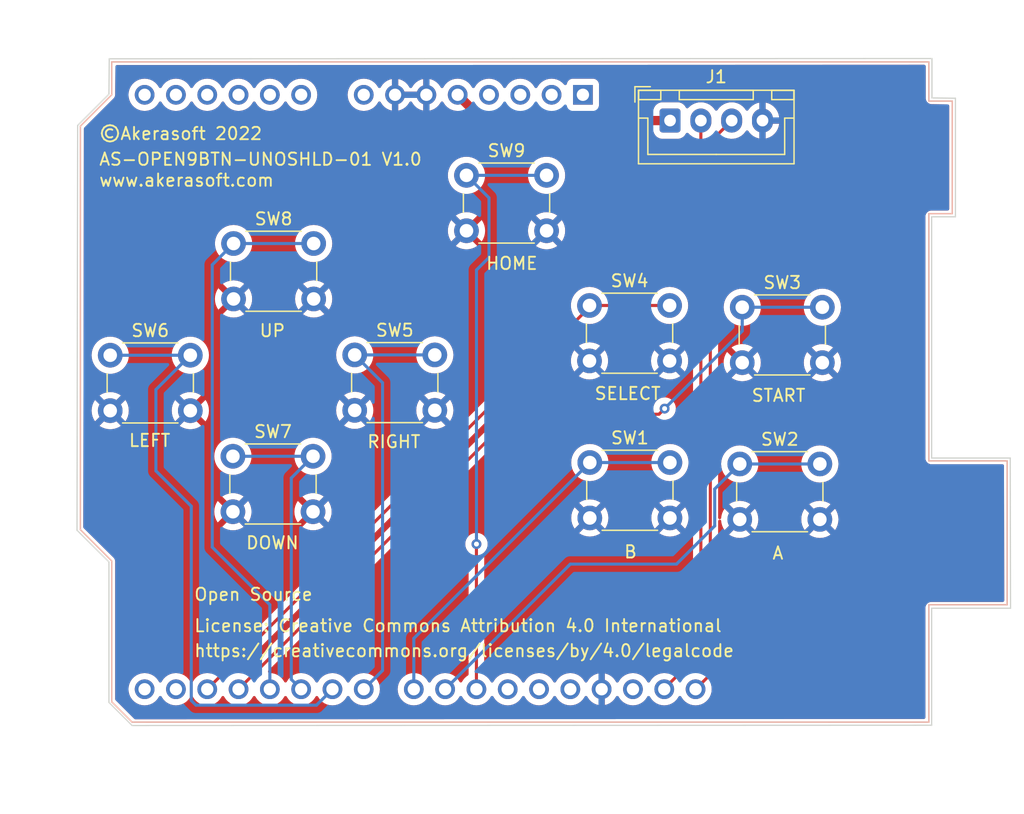
<source format=kicad_pcb>
(kicad_pcb (version 20211014) (generator pcbnew)
  (layers (0 "F.Cu" signal) (31 "B.Cu" signal) (34 "B.Paste" user) (35 "F.Paste" user) (36 "B.SilkS" user "B.Silkscreen") (37 "F.SilkS" user "F.Silkscreen") (38 "B.Mask" user) (39 "F.Mask" user) (44 "Edge.Cuts" user))
  (net 0 "")
  (net 5 "VCC")
  (net 6 "GND")
  (net 16 "/SELECT")
  (net 17 "/START")
  (net 18 "/UP")
  (net 19 "/DOWN")
  (net 20 "/LEFT")
  (net 21 "/RIGHT")
  (net 22 "/B")
  (net 23 "/A")
  (net 24 "/HOME")
  (net 29 "/SDA")
  (net 30 "/SCL")
  (footprint "Button_Switch_THT:SW_PUSH_6mm_H4.3mm" (layer "F.Cu") (at 91.4908 97.3074)
    (fp_text reference "SW2" (at 3.25 -2) (layer "F.SilkS"))
    (fp_text value "SW_Push")
    (fp_line (start 6.75 3) (end 6.75 1.5) (layer "F.SilkS") (width 0.12))
    (fp_line (start 1 5.5) (end 5.5 5.5) (layer "F.SilkS") (width 0.12))
    (fp_line (start -0.25 1.5) (end -0.25 3) (layer "F.SilkS") (width 0.12))
    (fp_line (start 5.5 -1) (end 1 -1) (layer "F.SilkS") (width 0.12))
    (pad "1" thru_hole circle (at 0 0 90) (size 2 2) (drill 1.1) (layers *.Cu *.Mask) (net 23 "/A"))
    (pad "1" thru_hole circle (at 6.5 0 90) (size 2 2) (drill 1.1) (layers *.Cu *.Mask) (net 23 "/A"))
    (pad "2" thru_hole circle (at 0 4.5 90) (size 2 2) (drill 1.1) (layers *.Cu *.Mask) (net 6 "GND"))
    (pad "2" thru_hole circle (at 6.5 4.5 90) (size 2 2) (drill 1.1) (layers *.Cu *.Mask) (net 6 "GND"))
  )
  (footprint "Connector_JST:JST_XH_B4B-XH-A_1x04_P2.50mm_Vertical" (layer "F.Cu") (at 85.8358 69.4266)
    (fp_text reference "J1" (at 3.75 -3.55) (layer "F.SilkS"))
    (fp_text value "Conn_01x04")
    (fp_line (start -2.55 -0.2) (end -1.8 -0.2) (layer "F.SilkS") (width 0.12))
    (fp_line (start 8.25 -2.45) (end 8.25 -1.7) (layer "F.SilkS") (width 0.12))
    (fp_line (start 0.75 -1.7) (end 6.75 -1.7) (layer "F.SilkS") (width 0.12))
    (fp_line (start -2.55 -2.45) (end -2.55 -1.7) (layer "F.SilkS") (width 0.12))
    (fp_line (start -1.8 2.75) (end 3.75 2.75) (layer "F.SilkS") (width 0.12))
    (fp_line (start 10.05 -2.45) (end 8.25 -2.45) (layer "F.SilkS") (width 0.12))
    (fp_line (start 10.05 -0.2) (end 9.3 -0.2) (layer "F.SilkS") (width 0.12))
    (fp_line (start -2.56 3.51) (end 10.06 3.51) (layer "F.SilkS") (width 0.12))
    (fp_line (start 10.06 -2.46) (end -2.56 -2.46) (layer "F.SilkS") (width 0.12))
    (fp_line (start 8.25 -1.7) (end 10.05 -1.7) (layer "F.SilkS") (width 0.12))
    (fp_line (start 6.75 -1.7) (end 6.75 -2.45) (layer "F.SilkS") (width 0.12))
    (fp_line (start 9.3 2.75) (end 3.75 2.75) (layer "F.SilkS") (width 0.12))
    (fp_line (start -1.8 -0.2) (end -1.8 2.75) (layer "F.SilkS") (width 0.12))
    (fp_line (start -2.55 -1.7) (end -0.75 -1.7) (layer "F.SilkS") (width 0.12))
    (fp_line (start 10.05 -1.7) (end 10.05 -2.45) (layer "F.SilkS") (width 0.12))
    (fp_line (start -1.6 -2.75) (end -2.85 -2.75) (layer "F.SilkS") (width 0.12))
    (fp_line (start 10.06 3.51) (end 10.06 -2.46) (layer "F.SilkS") (width 0.12))
    (fp_line (start -2.56 -2.46) (end -2.56 3.51) (layer "F.SilkS") (width 0.12))
    (fp_line (start 9.3 -0.2) (end 9.3 2.75) (layer "F.SilkS") (width 0.12))
    (fp_line (start 6.75 -2.45) (end 0.75 -2.45) (layer "F.SilkS") (width 0.12))
    (fp_line (start -0.75 -1.7) (end -0.75 -2.45) (layer "F.SilkS") (width 0.12))
    (fp_line (start 0.75 -2.45) (end 0.75 -1.7) (layer "F.SilkS") (width 0.12))
    (fp_line (start -2.85 -2.75) (end -2.85 -1.5) (layer "F.SilkS") (width 0.12))
    (fp_line (start -0.75 -2.45) (end -2.55 -2.45) (layer "F.SilkS") (width 0.12))
    (pad "1" thru_hole roundrect (at 0 0) (size 1.7 1.95) (drill 0.95) (layers *.Cu *.Mask) (roundrect_rratio 0.1470588235) (net 5 "VCC"))
    (pad "2" thru_hole oval (at 2.5 0) (size 1.7 1.95) (drill 0.95) (layers *.Cu *.Mask) (net 29 "/SDA"))
    (pad "3" thru_hole oval (at 5 0) (size 1.7 1.95) (drill 0.95) (layers *.Cu *.Mask) (net 30 "/SCL"))
    (pad "4" thru_hole oval (at 7.5 0) (size 1.7 1.95) (drill 0.95) (layers *.Cu *.Mask) (net 6 "GND"))
  )
  (footprint "Button_Switch_THT:SW_PUSH_6mm_H4.3mm" (layer "F.Cu") (at 91.694 84.582)
    (fp_text reference "SW3" (at 3.25 -2) (layer "F.SilkS"))
    (fp_text value "SW_Push")
    (fp_line (start -0.25 1.5) (end -0.25 3) (layer "F.SilkS") (width 0.12))
    (fp_line (start 6.75 3) (end 6.75 1.5) (layer "F.SilkS") (width 0.12))
    (fp_line (start 1 5.5) (end 5.5 5.5) (layer "F.SilkS") (width 0.12))
    (fp_line (start 5.5 -1) (end 1 -1) (layer "F.SilkS") (width 0.12))
    (pad "1" thru_hole circle (at 6.5 0 90) (size 2 2) (drill 1.1) (layers *.Cu *.Mask) (net 17 "/START"))
    (pad "1" thru_hole circle (at 0 0 90) (size 2 2) (drill 1.1) (layers *.Cu *.Mask) (net 17 "/START"))
    (pad "2" thru_hole circle (at 6.5 4.5 90) (size 2 2) (drill 1.1) (layers *.Cu *.Mask) (net 6 "GND"))
    (pad "2" thru_hole circle (at 0 4.5 90) (size 2 2) (drill 1.1) (layers *.Cu *.Mask) (net 6 "GND"))
  )
  (footprint "Button_Switch_THT:SW_PUSH_6mm_H4.3mm" (layer "F.Cu") (at 50.3694 96.683)
    (fp_text reference "SW7" (at 3.25 -2) (layer "F.SilkS"))
    (fp_text value "SW_Push")
    (fp_line (start 6.75 3) (end 6.75 1.5) (layer "F.SilkS") (width 0.12))
    (fp_line (start 1 5.5) (end 5.5 5.5) (layer "F.SilkS") (width 0.12))
    (fp_line (start -0.25 1.5) (end -0.25 3) (layer "F.SilkS") (width 0.12))
    (fp_line (start 5.5 -1) (end 1 -1) (layer "F.SilkS") (width 0.12))
    (pad "1" thru_hole circle (at 6.5 0 90) (size 2 2) (drill 1.1) (layers *.Cu *.Mask) (net 19 "/DOWN"))
    (pad "1" thru_hole circle (at 0 0 90) (size 2 2) (drill 1.1) (layers *.Cu *.Mask) (net 19 "/DOWN"))
    (pad "2" thru_hole circle (at 0 4.5 90) (size 2 2) (drill 1.1) (layers *.Cu *.Mask) (net 6 "GND"))
    (pad "2" thru_hole circle (at 6.5 4.5 90) (size 2 2) (drill 1.1) (layers *.Cu *.Mask) (net 6 "GND"))
  )
  (footprint "Button_Switch_THT:SW_PUSH_6mm_H4.3mm" (layer "F.Cu") (at 60.25 88.4534)
    (fp_text reference "SW5" (at 3.25 -2) (layer "F.SilkS"))
    (fp_text value "SW_Push")
    (fp_line (start -0.25 1.5) (end -0.25 3) (layer "F.SilkS") (width 0.12))
    (fp_line (start 6.75 3) (end 6.75 1.5) (layer "F.SilkS") (width 0.12))
    (fp_line (start 1 5.5) (end 5.5 5.5) (layer "F.SilkS") (width 0.12))
    (fp_line (start 5.5 -1) (end 1 -1) (layer "F.SilkS") (width 0.12))
    (pad "1" thru_hole circle (at 0 0 90) (size 2 2) (drill 1.1) (layers *.Cu *.Mask) (net 21 "/RIGHT"))
    (pad "1" thru_hole circle (at 6.5 0 90) (size 2 2) (drill 1.1) (layers *.Cu *.Mask) (net 21 "/RIGHT"))
    (pad "2" thru_hole circle (at 0 4.5 90) (size 2 2) (drill 1.1) (layers *.Cu *.Mask) (net 6 "GND"))
    (pad "2" thru_hole circle (at 6.5 4.5 90) (size 2 2) (drill 1.1) (layers *.Cu *.Mask) (net 6 "GND"))
  )
  (footprint "Button_Switch_THT:SW_PUSH_6mm_H4.3mm" (layer "F.Cu") (at 50.4202 79.411)
    (fp_text reference "SW8" (at 3.25 -2) (layer "F.SilkS"))
    (fp_text value "SW_Push")
    (fp_line (start 5.5 -1) (end 1 -1) (layer "F.SilkS") (width 0.12))
    (fp_line (start -0.25 1.5) (end -0.25 3) (layer "F.SilkS") (width 0.12))
    (fp_line (start 1 5.5) (end 5.5 5.5) (layer "F.SilkS") (width 0.12))
    (fp_line (start 6.75 3) (end 6.75 1.5) (layer "F.SilkS") (width 0.12))
    (pad "1" thru_hole circle (at 0 0 90) (size 2 2) (drill 1.1) (layers *.Cu *.Mask) (net 18 "/UP"))
    (pad "1" thru_hole circle (at 6.5 0 90) (size 2 2) (drill 1.1) (layers *.Cu *.Mask) (net 18 "/UP"))
    (pad "2" thru_hole circle (at 6.5 4.5 90) (size 2 2) (drill 1.1) (layers *.Cu *.Mask) (net 6 "GND"))
    (pad "2" thru_hole circle (at 0 4.5 90) (size 2 2) (drill 1.1) (layers *.Cu *.Mask) (net 6 "GND"))
  )
  (footprint "Button_Switch_THT:SW_PUSH_6mm_H4.3mm" (layer "F.Cu") (at 79.3 84.4402)
    (fp_text reference "SW4" (at 3.25 -2) (layer "F.SilkS"))
    (fp_text value "SW_Push")
    (fp_line (start 1 5.5) (end 5.5 5.5) (layer "F.SilkS") (width 0.12))
    (fp_line (start -0.25 1.5) (end -0.25 3) (layer "F.SilkS") (width 0.12))
    (fp_line (start 6.75 3) (end 6.75 1.5) (layer "F.SilkS") (width 0.12))
    (fp_line (start 5.5 -1) (end 1 -1) (layer "F.SilkS") (width 0.12))
    (pad "1" thru_hole circle (at 0 0 90) (size 2 2) (drill 1.1) (layers *.Cu *.Mask) (net 16 "/SELECT"))
    (pad "1" thru_hole circle (at 6.5 0 90) (size 2 2) (drill 1.1) (layers *.Cu *.Mask) (net 16 "/SELECT"))
    (pad "2" thru_hole circle (at 0 4.5 90) (size 2 2) (drill 1.1) (layers *.Cu *.Mask) (net 6 "GND"))
    (pad "2" thru_hole circle (at 6.5 4.5 90) (size 2 2) (drill 1.1) (layers *.Cu *.Mask) (net 6 "GND"))
  )
  (footprint "Button_Switch_THT:SW_PUSH_6mm_H4.3mm" (layer "F.Cu") (at 69.3178 73.8738)
    (fp_text reference "SW9" (at 3.25 -2) (layer "F.SilkS"))
    (fp_text value "SW_Push")
    (fp_line (start 5.5 -1) (end 1 -1) (layer "F.SilkS") (width 0.12))
    (fp_line (start 6.75 3) (end 6.75 1.5) (layer "F.SilkS") (width 0.12))
    (fp_line (start -0.25 1.5) (end -0.25 3) (layer "F.SilkS") (width 0.12))
    (fp_line (start 1 5.5) (end 5.5 5.5) (layer "F.SilkS") (width 0.12))
    (pad "1" thru_hole circle (at 0 0 90) (size 2 2) (drill 1.1) (layers *.Cu *.Mask) (net 24 "/HOME"))
    (pad "1" thru_hole circle (at 6.5 0 90) (size 2 2) (drill 1.1) (layers *.Cu *.Mask) (net 24 "/HOME"))
    (pad "2" thru_hole circle (at 0 4.5 90) (size 2 2) (drill 1.1) (layers *.Cu *.Mask) (net 6 "GND"))
    (pad "2" thru_hole circle (at 6.5 4.5 90) (size 2 2) (drill 1.1) (layers *.Cu *.Mask) (net 6 "GND"))
  )
  (footprint "Button_Switch_THT:SW_PUSH_6mm_H4.3mm" (layer "F.Cu") (at 79.3254 97.191)
    (fp_text reference "SW1" (at 3.25 -2) (layer "F.SilkS"))
    (fp_text value "SW_Push")
    (fp_line (start 5.5 -1) (end 1 -1) (layer "F.SilkS") (width 0.12))
    (fp_line (start -0.25 1.5) (end -0.25 3) (layer "F.SilkS") (width 0.12))
    (fp_line (start 6.75 3) (end 6.75 1.5) (layer "F.SilkS") (width 0.12))
    (fp_line (start 1 5.5) (end 5.5 5.5) (layer "F.SilkS") (width 0.12))
    (pad "1" thru_hole circle (at 6.5 0 90) (size 2 2) (drill 1.1) (layers *.Cu *.Mask) (net 22 "/B"))
    (pad "1" thru_hole circle (at 0 0 90) (size 2 2) (drill 1.1) (layers *.Cu *.Mask) (net 22 "/B"))
    (pad "2" thru_hole circle (at 6.5 4.5 90) (size 2 2) (drill 1.1) (layers *.Cu *.Mask) (net 6 "GND"))
    (pad "2" thru_hole circle (at 0 4.5 90) (size 2 2) (drill 1.1) (layers *.Cu *.Mask) (net 6 "GND"))
  )
  (footprint "Button_Switch_THT:SW_PUSH_6mm_H4.3mm" (layer "F.Cu") (at 40.4126 88.4788)
    (fp_text reference "SW6" (at 3.25 -2) (layer "F.SilkS"))
    (fp_text value "SW_Push")
    (fp_line (start 5.5 -1) (end 1 -1) (layer "F.SilkS") (width 0.12))
    (fp_line (start 6.75 3) (end 6.75 1.5) (layer "F.SilkS") (width 0.12))
    (fp_line (start -0.25 1.5) (end -0.25 3) (layer "F.SilkS") (width 0.12))
    (fp_line (start 1 5.5) (end 5.5 5.5) (layer "F.SilkS") (width 0.12))
    (pad "1" thru_hole circle (at 6.5 0 90) (size 2 2) (drill 1.1) (layers *.Cu *.Mask) (net 20 "/LEFT"))
    (pad "1" thru_hole circle (at 0 0 90) (size 2 2) (drill 1.1) (layers *.Cu *.Mask) (net 20 "/LEFT"))
    (pad "2" thru_hole circle (at 0 4.5 90) (size 2 2) (drill 1.1) (layers *.Cu *.Mask) (net 6 "GND"))
    (pad "2" thru_hole circle (at 6.5 4.5 90) (size 2 2) (drill 1.1) (layers *.Cu *.Mask) (net 6 "GND"))
  )
  (footprint "Module:Arduino_UNO_R3" (layer "B.Cu") (at 78.7654 67.3354 180)
    (fp_text reference "A1" hide)
    (fp_text value "Arduino_UNO_R3")
    (fp_line (start 38.23 2.67) (end -28.07 2.67) (layer "B.SilkS") (width 0.12))
    (fp_line (start -34.42 -29.72) (end -34.42 -41.4) (layer "B.SilkS") (width 0.12))
    (fp_line (start -28.07 -29.72) (end -34.42 -29.72) (layer "B.SilkS") (width 0.12))
    (fp_line (start -29.97 -0.51) (end -29.97 -9.65) (layer "B.SilkS") (width 0.12))
    (fp_line (start 40.77 -2.54) (end 38.23 0) (layer "B.SilkS") (width 0.12))
    (fp_line (start -28.07 -50.93) (end 36.58 -50.93) (layer "B.SilkS") (width 0.12))
    (fp_line (start 38.23 0) (end 38.23 2.67) (layer "B.SilkS") (width 0.12))
    (fp_line (start -28.07 2.67) (end -28.07 -0.51) (layer "B.SilkS") (width 0.12))
    (fp_line (start 38.23 -37.85) (end 40.77 -35.31) (layer "B.SilkS") (width 0.12))
    (fp_line (start -28.07 -0.51) (end -29.97 -0.51) (layer "B.SilkS") (width 0.12))
    (fp_line (start 40.77 -35.31) (end 40.77 -2.54) (layer "B.SilkS") (width 0.12))
    (fp_line (start -29.97 -9.65) (end -28.07 -9.65) (layer "B.SilkS") (width 0.12))
    (fp_line (start -28.07 -41.4) (end -28.07 -50.93) (layer "B.SilkS") (width 0.12))
    (fp_line (start 38.23 -49.28) (end 38.23 -37.85) (layer "B.SilkS") (width 0.12))
    (fp_line (start -28.07 -9.65) (end -28.07 -29.72) (layer "B.SilkS") (width 0.12))
    (fp_line (start -34.42 -41.4) (end -28.07 -41.4) (layer "B.SilkS") (width 0.12))
    (fp_line (start 36.58 -50.93) (end 38.23 -49.28) (layer "B.SilkS") (width 0.12))
    (pad "1" thru_hole rect (at 0 0 90) (size 1.6 1.6) (drill 1) (layers *.Cu *.Mask))
    (pad "2" thru_hole oval (at 2.54 0 90) (size 1.6 1.6) (drill 1) (layers *.Cu *.Mask))
    (pad "3" thru_hole oval (at 5.08 0 90) (size 1.6 1.6) (drill 1) (layers *.Cu *.Mask))
    (pad "4" thru_hole oval (at 7.62 0 90) (size 1.6 1.6) (drill 1) (layers *.Cu *.Mask))
    (pad "5" thru_hole oval (at 10.16 0 90) (size 1.6 1.6) (drill 1) (layers *.Cu *.Mask) (net 5 "VCC"))
    (pad "6" thru_hole oval (at 12.7 0 90) (size 1.6 1.6) (drill 1) (layers *.Cu *.Mask) (net 6 "GND"))
    (pad "7" thru_hole oval (at 15.24 0 90) (size 1.6 1.6) (drill 1) (layers *.Cu *.Mask) (net 6 "GND"))
    (pad "8" thru_hole oval (at 17.78 0 90) (size 1.6 1.6) (drill 1) (layers *.Cu *.Mask))
    (pad "9" thru_hole oval (at 22.86 0 90) (size 1.6 1.6) (drill 1) (layers *.Cu *.Mask))
    (pad "10" thru_hole oval (at 25.4 0 90) (size 1.6 1.6) (drill 1) (layers *.Cu *.Mask))
    (pad "11" thru_hole oval (at 27.94 0 90) (size 1.6 1.6) (drill 1) (layers *.Cu *.Mask))
    (pad "12" thru_hole oval (at 30.48 0 90) (size 1.6 1.6) (drill 1) (layers *.Cu *.Mask))
    (pad "13" thru_hole oval (at 33.02 0 90) (size 1.6 1.6) (drill 1) (layers *.Cu *.Mask))
    (pad "14" thru_hole oval (at 35.56 0 90) (size 1.6 1.6) (drill 1) (layers *.Cu *.Mask))
    (pad "15" thru_hole oval (at 35.56 -48.26 90) (size 1.6 1.6) (drill 1) (layers *.Cu *.Mask))
    (pad "16" thru_hole oval (at 33.02 -48.26 90) (size 1.6 1.6) (drill 1) (layers *.Cu *.Mask))
    (pad "17" thru_hole oval (at 30.48 -48.26 90) (size 1.6 1.6) (drill 1) (layers *.Cu *.Mask) (net 16 "/SELECT"))
    (pad "18" thru_hole oval (at 27.94 -48.26 90) (size 1.6 1.6) (drill 1) (layers *.Cu *.Mask) (net 17 "/START"))
    (pad "19" thru_hole oval (at 25.4 -48.26 90) (size 1.6 1.6) (drill 1) (layers *.Cu *.Mask) (net 18 "/UP"))
    (pad "20" thru_hole oval (at 22.86 -48.26 90) (size 1.6 1.6) (drill 1) (layers *.Cu *.Mask) (net 19 "/DOWN"))
    (pad "21" thru_hole oval (at 20.32 -48.26 90) (size 1.6 1.6) (drill 1) (layers *.Cu *.Mask) (net 20 "/LEFT"))
    (pad "22" thru_hole oval (at 17.78 -48.26 90) (size 1.6 1.6) (drill 1) (layers *.Cu *.Mask) (net 21 "/RIGHT"))
    (pad "23" thru_hole oval (at 13.72 -48.26 90) (size 1.6 1.6) (drill 1) (layers *.Cu *.Mask) (net 22 "/B"))
    (pad "24" thru_hole oval (at 11.18 -48.26 90) (size 1.6 1.6) (drill 1) (layers *.Cu *.Mask) (net 23 "/A"))
    (pad "25" thru_hole oval (at 8.64 -48.26 90) (size 1.6 1.6) (drill 1) (layers *.Cu *.Mask) (net 24 "/HOME"))
    (pad "26" thru_hole oval (at 6.1 -48.26 90) (size 1.6 1.6) (drill 1) (layers *.Cu *.Mask))
    (pad "27" thru_hole oval (at 3.56 -48.26 90) (size 1.6 1.6) (drill 1) (layers *.Cu *.Mask))
    (pad "28" thru_hole oval (at 1.02 -48.26 90) (size 1.6 1.6) (drill 1) (layers *.Cu *.Mask))
    (pad "29" thru_hole oval (at -1.52 -48.26 90) (size 1.6 1.6) (drill 1) (layers *.Cu *.Mask) (net 6 "GND"))
    (pad "30" thru_hole oval (at -4.06 -48.26 90) (size 1.6 1.6) (drill 1) (layers *.Cu *.Mask))
    (pad "31" thru_hole oval (at -6.6 -48.26 90) (size 1.6 1.6) (drill 1) (layers *.Cu *.Mask) (net 29 "/SDA"))
    (pad "32" thru_hole oval (at -9.14 -48.26 90) (size 1.6 1.6) (drill 1) (layers *.Cu *.Mask) (net 30 "/SCL"))
  )
  (gr_line (start 108.9914 67.6148) (end 108.9914 77.2414) (layer "Edge.Cuts") (width 0.1))
  (gr_line (start 40.3098 67.2846) (end 40.3352 64.4144) (layer "Edge.Cuts") (width 0.1))
  (gr_line (start 107.0864 64.389) (end 107.0864 67.5894) (layer "Edge.Cuts") (width 0.1))
  (gr_line (start 107.061 118.5164) (end 42.1894 118.5418) (layer "Edge.Cuts") (width 0.1))
  (gr_line (start 107.0864 67.5894) (end 108.9914 67.6148) (layer "Edge.Cuts") (width 0.1))
  (gr_line (start 40.3098 116.6622) (end 40.3098 105.2576) (layer "Edge.Cuts") (width 0.1))
  (gr_line (start 37.719 102.6922) (end 37.7698 69.8246) (layer "Edge.Cuts") (width 0.1))
  (gr_line (start 107.061 77.2414) (end 107.061 96.8248) (layer "Edge.Cuts") (width 0.1))
  (gr_line (start 113.4618 109.0168) (end 107.061 109.0168) (layer "Edge.Cuts") (width 0.1))
  (gr_line (start 107.061 96.8248) (end 113.4364 96.8248) (layer "Edge.Cuts") (width 0.1))
  (gr_line (start 107.061 109.0168) (end 107.061 118.5164) (layer "Edge.Cuts") (width 0.1))
  (gr_line (start 42.1894 118.5418) (end 40.3098 116.6622) (layer "Edge.Cuts") (width 0.1))
  (gr_line (start 40.3352 64.4144) (end 107.0864 64.389) (layer "Edge.Cuts") (width 0.1))
  (gr_line (start 108.9914 77.2414) (end 107.061 77.2414) (layer "Edge.Cuts") (width 0.1))
  (gr_line (start 37.7698 69.8246) (end 40.3098 67.2846) (layer "Edge.Cuts") (width 0.1))
  (gr_line (start 113.4364 96.8248) (end 113.4618 109.0168) (layer "Edge.Cuts") (width 0.1))
  (gr_line (start 40.3098 105.2576) (end 37.719 102.6922) (layer "Edge.Cuts") (width 0.1))
  (gr_text "B" (at 82.6262 104.4448) (layer "F.SilkS") (effects (font (size 1 1))))
  (gr_text "©Akerasoft 2022" (at 46.13281 70.485) (layer "F.SilkS") (effects (font (size 1 1))))
  (gr_text "LEFT" (at 43.6118 95.4024) (layer "F.SilkS") (effects (font (size 1 1))))
  (gr_text "HOME" (at 72.9996 81.026) (layer "F.SilkS") (effects (font (size 1 1))))
  (gr_text "Open Source" (at 52.035562 107.8992) (layer "F.SilkS") (effects (font (size 1 1))))
  (gr_text "START" (at 94.6404 91.7448) (layer "F.SilkS") (effects (font (size 1 1))))
  (gr_text "www.akerasoft.com" (at 46.609 74.2696) (layer "F.SilkS") (effects (font (size 1 1))))
  (gr_text "AS-OPEN9BTN-UNOSHLD-01 V1.0" (at 52.609 72.5678) (layer "F.SilkS") (effects (font (size 1 1))))
  (gr_text "SELECT" (at 82.3976 91.5924) (layer "F.SilkS") (effects (font (size 1 1))))
  (gr_text "DOWN" (at 53.5686 103.7082) (layer "F.SilkS") (effects (font (size 1 1))))
  (gr_text "UP" (at 53.5686 86.487) (layer "F.SilkS") (effects (font (size 1 1))))
  (gr_text "A" (at 94.5896 104.5464) (layer "F.SilkS") (effects (font (size 1 1))))
  (gr_text "RIGHT" (at 63.4238 95.504) (layer "F.SilkS") (effects (font (size 1 1))))
  (gr_text "License: Creative Commons Attribution 4.0 International" (at 68.6308 110.4392) (layer "F.SilkS") (effects (font (size 1 1))))
  (gr_text "https://creativecommons.org/licenses/by/4.0/legalcode" (at 69.1308 112.4712) (layer "F.SilkS") (effects (font (size 1 1))))
  (segment (start 70.6966 69.4266) (end 85.8358 69.4266) (width 0.75) (layer "F.Cu") (net 5))
  (segment (start 68.6054 67.3354) (end 70.6966 69.4266) (width 0.75) (layer "F.Cu") (net 5))
  (segment (start 79.3 84.4402) (end 85.8 84.4402) (width 0.25) (layer "F.Cu") (net 16))
  (segment (start 48.2854 115.5954) (end 79.3 84.5808) (width 0.25) (layer "F.Cu") (net 16))
  (segment (start 79.3 84.5808) (end 79.3 84.4402) (width 0.25) (layer "F.Cu") (net 16))
  (segment (start 84.9376 93.2688) (end 85.3948 92.8116) (width 0.25) (layer "F.Cu") (net 17))
  (segment (start 73.152 93.2688) (end 84.9376 93.2688) (width 0.25) (layer "F.Cu") (net 17))
  (segment (start 50.8254 115.5954) (end 73.152 93.2688) (width 0.25) (layer "F.Cu") (net 17))
  (via (at 85.3948 92.8116) (size 0.8) (drill 0.4) (layers "F.Cu" "B.Cu") (net 17))
  (segment (start 91.694 84.582) (end 98.194 84.582) (width 0.25) (layer "B.Cu") (net 17))
  (segment (start 85.3948 92.8116) (end 91.694 86.5124) (width 0.25) (layer "B.Cu") (net 17))
  (segment (start 91.694 86.5124) (end 91.694 84.582) (width 0.25) (layer "B.Cu") (net 17))
  (segment (start 53.3654 108.7374) (end 48.6918 104.0638) (width 0.25) (layer "B.Cu") (net 18))
  (segment (start 48.6918 104.0638) (end 48.6918 81.1394) (width 0.25) (layer "B.Cu") (net 18))
  (segment (start 48.6918 81.1394) (end 50.4202 79.411) (width 0.25) (layer "B.Cu") (net 18))
  (segment (start 53.3654 115.5954) (end 53.3654 108.7374) (width 0.25) (layer "B.Cu") (net 18))
  (segment (start 50.4202 79.411) (end 56.9202 79.411) (width 0.25) (layer "B.Cu") (net 18))
  (segment (start 55.105401 114.795401) (end 55.9054 115.5954) (width 0.25) (layer "B.Cu") (net 19))
  (segment (start 56.8694 96.683) (end 55.105401 98.446999) (width 0.25) (layer "B.Cu") (net 19))
  (segment (start 50.3694 96.683) (end 56.8694 96.683) (width 0.25) (layer "B.Cu") (net 19))
  (segment (start 55.105401 98.446999) (end 55.105401 114.795401) (width 0.25) (layer "B.Cu") (net 19))
  (segment (start 44.1198 97.8662) (end 46.99 100.7364) (width 0.25) (layer "B.Cu") (net 20))
  (segment (start 46.99 100.7364) (end 46.99 116.5098) (width 0.25) (layer "B.Cu") (net 20))
  (segment (start 57.15 116.8908) (end 58.4454 115.5954) (width 0.25) (layer "B.Cu") (net 20))
  (segment (start 40.4126 88.4788) (end 46.9126 88.4788) (width 0.25) (layer "B.Cu") (net 20))
  (segment (start 46.9126 88.4788) (end 44.1198 91.2716) (width 0.25) (layer "B.Cu") (net 20))
  (segment (start 46.99 116.5098) (end 47.371 116.8908) (width 0.25) (layer "B.Cu") (net 20))
  (segment (start 44.1198 91.2716) (end 44.1198 97.8662) (width 0.25) (layer "B.Cu") (net 20))
  (segment (start 47.371 116.8908) (end 57.15 116.8908) (width 0.25) (layer "B.Cu") (net 20))
  (segment (start 62.5094 90.7128) (end 60.25 88.4534) (width 0.25) (layer "B.Cu") (net 21))
  (segment (start 60.25 88.4534) (end 66.75 88.4534) (width 0.25) (layer "B.Cu") (net 21))
  (segment (start 62.5094 114.0714) (end 62.5094 90.7128) (width 0.25) (layer "B.Cu") (net 21))
  (segment (start 60.9854 115.5954) (end 62.5094 114.0714) (width 0.25) (layer "B.Cu") (net 21))
  (segment (start 79.3254 97.191) (end 85.8254 97.191) (width 0.25) (layer "B.Cu") (net 22))
  (segment (start 65.0454 115.5954) (end 65.0454 111.471) (width 0.25) (layer "B.Cu") (net 22))
  (segment (start 65.0454 111.471) (end 79.3254 97.191) (width 0.25) (layer "B.Cu") (net 22))
  (segment (start 77.7454 105.4354) (end 86.36 105.4354) (width 0.25) (layer "B.Cu") (net 23))
  (segment (start 86.36 105.4354) (end 89.4588 102.3366) (width 0.25) (layer "B.Cu") (net 23))
  (segment (start 91.4908 97.3074) (end 97.9908 97.3074) (width 0.25) (layer "B.Cu") (net 23))
  (segment (start 67.5854 115.5954) (end 77.7454 105.4354) (width 0.25) (layer "B.Cu") (net 23))
  (segment (start 89.4588 102.3366) (end 89.4588 99.3394) (width 0.25) (layer "B.Cu") (net 23))
  (segment (start 89.4588 99.3394) (end 91.4908 97.3074) (width 0.25) (layer "B.Cu") (net 23))
  (segment (start 70.1254 103.8138) (end 70.1294 103.8098) (width 0.25) (layer "F.Cu") (net 24))
  (segment (start 70.1254 115.5954) (end 70.1254 103.8138) (width 0.25) (layer "F.Cu") (net 24))
  (via (at 70.1294 103.8098) (size 0.8) (drill 0.4) (layers "F.Cu" "B.Cu") (net 24))
  (segment (start 70.1294 103.8098) (end 70.1294 81.5594) (width 0.25) (layer "B.Cu") (net 24))
  (segment (start 71.1454 75.7014) (end 69.3178 73.8738) (width 0.25) (layer "B.Cu") (net 24))
  (segment (start 75.8178 73.8738) (end 69.3178 73.8738) (width 0.25) (layer "B.Cu") (net 24))
  (segment (start 71.1454 80.5434) (end 71.1454 75.7014) (width 0.25) (layer "B.Cu") (net 24))
  (segment (start 70.1294 81.5594) (end 71.1454 80.5434) (width 0.25) (layer "B.Cu") (net 24))
  (segment (start 85.3654 115.5486) (end 88.3358 112.5782) (width 0.25) (layer "F.Cu") (net 29))
  (segment (start 85.3654 115.5954) (end 85.3654 115.5486) (width 0.25) (layer "F.Cu") (net 29))
  (segment (start 88.3358 112.5782) (end 88.3358 69.4266) (width 0.25) (layer "F.Cu") (net 29))
  (segment (start 89.1032 71.1592) (end 90.8358 69.4266) (width 0.25) (layer "F.Cu") (net 30))
  (segment (start 87.9054 115.5954) (end 89.1032 114.3976) (width 0.25) (layer "F.Cu") (net 30))
  (segment (start 89.1032 114.3976) (end 89.1032 71.1592) (width 0.25) (layer "F.Cu") (net 30))
  (zone (net 6) (net_name "GND") (layers F&B.Cu) (connect_pads (clearance 0.508)) (min_thickness 0.254) (fill yes (thermal_gap 0.508) (thermal_bridge_width 0.508))
    (polygon (pts (xy 114.2746 59.7408) (xy 114.554 125.7046) (xy 31.4706 122.5804) (xy 32.6898 59.6392)))
  )
)
</source>
